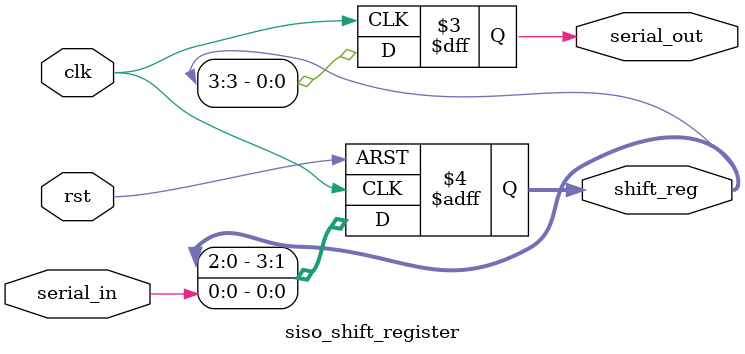
<source format=v>

module siso_shift_register (
    input clk,
    input rst,
    input serial_in,
    output reg serial_out,
    output reg [3:0] shift_reg
);

    always @(posedge clk or posedge rst) begin
        if (rst)
            shift_reg <= 4'b0000;
        else
            shift_reg <= {shift_reg[2:0], serial_in};
    end

    always @(posedge clk) begin
        serial_out <= shift_reg[3];
    end
endmodule

</source>
